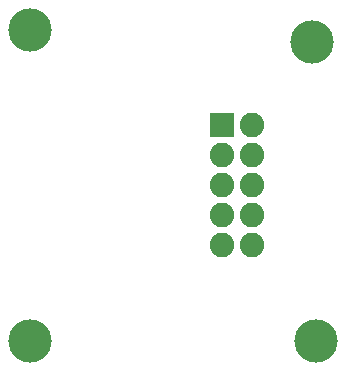
<source format=gbr>
G04 #@! TF.FileFunction,Soldermask,Top*
%FSLAX46Y46*%
G04 Gerber Fmt 4.6, Leading zero omitted, Abs format (unit mm)*
G04 Created by KiCad (PCBNEW 4.0.6) date 02/07/20 07:55:15*
%MOMM*%
%LPD*%
G01*
G04 APERTURE LIST*
%ADD10C,0.100000*%
%ADD11C,3.663900*%
%ADD12R,2.082800X2.082800*%
%ADD13C,2.082800*%
G04 APERTURE END LIST*
D10*
D11*
X124383800Y-93091000D03*
X124104400Y-67767200D03*
X100199776Y-93091000D03*
X100199576Y-66751200D03*
D12*
X116459000Y-74803000D03*
D13*
X118999000Y-74803000D03*
X116459000Y-77343000D03*
X118999000Y-77343000D03*
X116459000Y-79883000D03*
X118999000Y-79883000D03*
X116459000Y-82423000D03*
X118999000Y-82423000D03*
X116459000Y-84963000D03*
X118999000Y-84963000D03*
M02*

</source>
